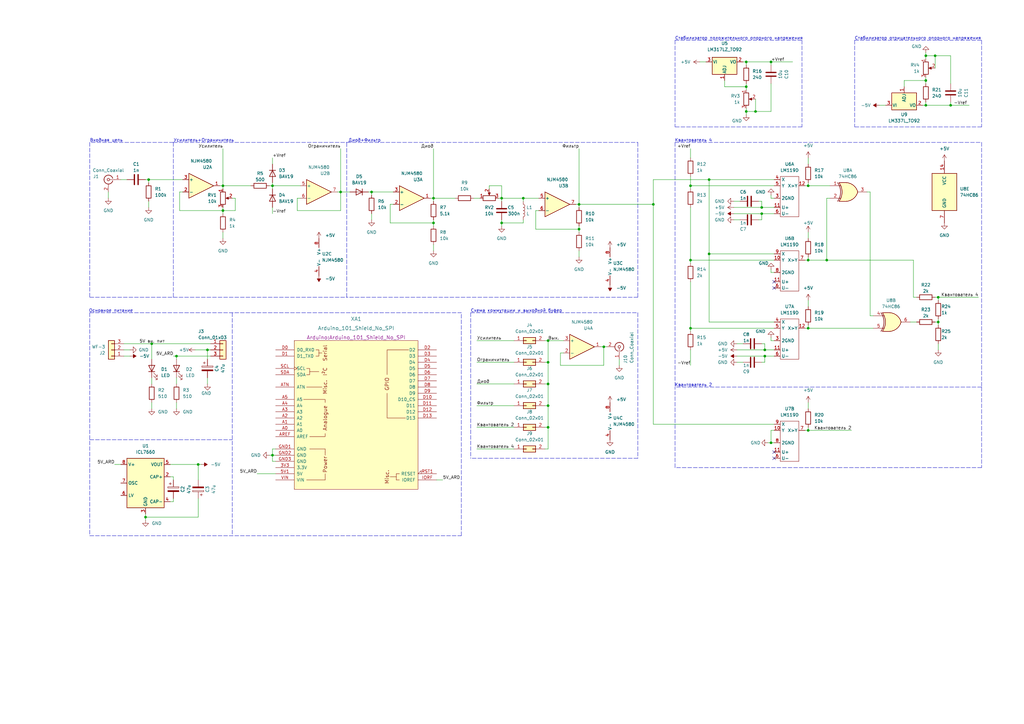
<source format=kicad_sch>
(kicad_sch (version 20211123) (generator eeschema)
  (paper "A3")
  (junction (at 152.4 78.74))
  (junction (at 316.23 25.4))
  (junction (at 331.47 76.2))
  (junction (at 306.07 35.56))
  (junction (at 224.79 157.48))
  (junction (at 331.47 106.68))
  (junction (at 290.83 104.14))
  (junction (at 85.09 143.51))
  (junction (at 339.09 106.68))
  (junction (at 331.47 176.53))
  (junction (at 237.49 93.98))
  (junction (at 379.73 22.86))
  (junction (at 81.28 190.5))
  (junction (at 383.54 22.86))
  (junction (at 237.49 83.82))
  (junction (at 379.73 43.18))
  (junction (at 177.8 91.44))
  (junction (at 267.97 83.82))
  (junction (at 205.74 81.28))
  (junction (at 177.8 81.28))
  (junction (at 224.79 139.7))
  (junction (at 384.81 121.92))
  (junction (at 283.21 134.62))
  (junction (at 290.83 73.66))
  (junction (at 224.79 175.26))
  (junction (at 384.81 132.08))
  (junction (at 111.76 76.2))
  (junction (at 91.44 76.2))
  (junction (at 379.73 33.02))
  (junction (at 91.44 86.36))
  (junction (at 309.88 45.72))
  (junction (at 72.39 146.05))
  (junction (at 331.47 134.62))
  (junction (at 59.69 212.09))
  (junction (at 60.96 73.66))
  (junction (at 62.23 140.97))
  (junction (at 313.69 143.51))
  (junction (at 224.79 148.59))
  (junction (at 312.42 85.09))
  (junction (at 313.69 146.05))
  (junction (at 306.07 45.72))
  (junction (at 389.89 43.18))
  (junction (at 224.79 166.37))
  (junction (at 306.07 25.4))
  (junction (at 111.76 186.69))
  (junction (at 316.23 181.61))
  (junction (at 139.7 78.74))
  (junction (at 214.63 81.28))
  (junction (at 205.74 91.44))
  (junction (at 312.42 87.63))
  (junction (at 283.21 106.68))
  (junction (at 283.21 76.2))
  (junction (at 247.65 142.24))
  (no_connect (at 317.5 118.11))
  (no_connect (at 317.5 115.57))
  (no_connect (at 317.5 187.96))
  (no_connect (at 317.5 185.42))
  (wire (pts (xy 71.12 204.47) (xy 71.12 205.74)))
  (wire (pts (xy 111.76 186.69) (xy 113.03 186.69)))
  (polyline (pts (xy 261.62 128.27) (xy 261.62 187.96)))
  (wire (pts (xy 177.8 100.33) (xy 177.8 102.87)))
  (wire (pts (xy 152.4 78.74) (xy 152.4 80.01)))
  (wire (pts (xy 283.21 134.62) (xy 317.5 134.62)))
  (wire (pts (xy 248.92 142.24) (xy 247.65 142.24)))
  (wire (pts (xy 205.74 81.28) (xy 205.74 76.2)))
  (wire (pts (xy 312.42 148.59) (xy 313.69 148.59)))
  (wire (pts (xy 72.39 146.05) (xy 72.39 147.32)))
  (wire (pts (xy 237.49 93.98) (xy 237.49 92.71)))
  (wire (pts (xy 316.23 25.4) (xy 316.23 26.67)))
  (wire (pts (xy 247.65 142.24) (xy 246.38 142.24)))
  (wire (pts (xy 95.25 81.28) (xy 96.52 81.28)))
  (wire (pts (xy 205.74 81.28) (xy 214.63 81.28)))
  (wire (pts (xy 306.07 25.4) (xy 316.23 25.4)))
  (wire (pts (xy 223.52 139.7) (xy 224.79 139.7)))
  (wire (pts (xy 236.22 83.82) (xy 237.49 83.82)))
  (wire (pts (xy 200.66 76.2) (xy 200.66 77.47)))
  (wire (pts (xy 50.8 143.51) (xy 53.34 143.51)))
  (wire (pts (xy 317.5 104.14) (xy 290.83 104.14)))
  (wire (pts (xy 81.28 190.5) (xy 82.55 190.5)))
  (wire (pts (xy 177.8 91.44) (xy 177.8 92.71)))
  (wire (pts (xy 194.31 81.28) (xy 196.85 81.28)))
  (wire (pts (xy 355.6 78.74) (xy 356.87 78.74)))
  (polyline (pts (xy 402.59 158.75) (xy 402.59 191.77)))
  (wire (pts (xy 229.87 149.86) (xy 247.65 149.86)))
  (wire (pts (xy 283.21 143.51) (xy 283.21 149.86)))
  (wire (pts (xy 379.73 33.02) (xy 379.73 34.29)))
  (polyline (pts (xy 261.62 58.42) (xy 261.62 121.92)))
  (wire (pts (xy 283.21 106.68) (xy 317.5 106.68)))
  (wire (pts (xy 300.99 82.55) (xy 303.53 82.55)))
  (wire (pts (xy 370.84 33.02) (xy 370.84 35.56)))
  (wire (pts (xy 160.02 91.44) (xy 177.8 91.44)))
  (wire (pts (xy 224.79 175.26) (xy 224.79 184.15)))
  (wire (pts (xy 383.54 27.94) (xy 383.54 22.86)))
  (polyline (pts (xy 402.59 52.07) (xy 350.52 52.07)))
  (wire (pts (xy 214.63 90.17) (xy 214.63 91.44)))
  (polyline (pts (xy 402.59 58.42) (xy 402.59 158.75)))
  (polyline (pts (xy 402.59 16.51) (xy 402.59 52.07)))
  (polyline (pts (xy 328.93 16.51) (xy 328.93 52.07)))
  (wire (pts (xy 73.66 86.36) (xy 91.44 86.36)))
  (wire (pts (xy 383.54 121.92) (xy 384.81 121.92)))
  (wire (pts (xy 139.7 60.96) (xy 139.7 78.74)))
  (wire (pts (xy 290.83 73.66) (xy 290.83 104.14)))
  (wire (pts (xy 331.47 106.68) (xy 339.09 106.68)))
  (wire (pts (xy 389.89 43.18) (xy 397.51 43.18)))
  (wire (pts (xy 71.12 205.74) (xy 69.85 205.74)))
  (wire (pts (xy 214.63 82.55) (xy 214.63 81.28)))
  (wire (pts (xy 379.73 43.18) (xy 389.89 43.18)))
  (wire (pts (xy 379.73 21.59) (xy 379.73 22.86)))
  (wire (pts (xy 111.76 74.93) (xy 111.76 76.2)))
  (polyline (pts (xy 328.93 52.07) (xy 276.86 52.07)))
  (polyline (pts (xy 261.62 121.92) (xy 142.24 121.92)))
  (wire (pts (xy 224.79 166.37) (xy 224.79 175.26)))
  (wire (pts (xy 379.73 31.75) (xy 379.73 33.02)))
  (wire (pts (xy 73.66 78.74) (xy 73.66 86.36)))
  (wire (pts (xy 313.69 146.05) (xy 317.5 146.05)))
  (wire (pts (xy 316.23 181.61) (xy 317.5 181.61)))
  (wire (pts (xy 306.07 44.45) (xy 306.07 45.72)))
  (wire (pts (xy 72.39 165.1) (xy 72.39 167.64)))
  (wire (pts (xy 311.15 82.55) (xy 312.42 82.55)))
  (polyline (pts (xy 276.86 16.51) (xy 276.86 52.07)))
  (wire (pts (xy 50.8 146.05) (xy 53.34 146.05)))
  (wire (pts (xy 205.74 90.17) (xy 205.74 91.44)))
  (polyline (pts (xy 350.52 16.51) (xy 350.52 52.07)))
  (polyline (pts (xy 261.62 187.96) (xy 193.04 187.96)))
  (wire (pts (xy 331.47 76.2) (xy 330.2 76.2)))
  (wire (pts (xy 177.8 81.28) (xy 177.8 82.55)))
  (wire (pts (xy 91.44 76.2) (xy 102.87 76.2)))
  (wire (pts (xy 316.23 80.01) (xy 316.23 81.28)))
  (wire (pts (xy 374.65 121.92) (xy 375.92 121.92)))
  (wire (pts (xy 205.74 76.2) (xy 200.66 76.2)))
  (wire (pts (xy 312.42 87.63) (xy 317.5 87.63)))
  (wire (pts (xy 379.73 43.18) (xy 378.46 43.18)))
  (wire (pts (xy 111.76 76.2) (xy 123.19 76.2)))
  (wire (pts (xy 331.47 76.2) (xy 340.36 76.2)))
  (wire (pts (xy 331.47 105.41) (xy 331.47 106.68)))
  (wire (pts (xy 237.49 83.82) (xy 267.97 83.82)))
  (wire (pts (xy 283.21 76.2) (xy 317.5 76.2)))
  (wire (pts (xy 389.89 34.29) (xy 389.89 22.86)))
  (wire (pts (xy 91.44 76.2) (xy 91.44 77.47)))
  (wire (pts (xy 306.07 35.56) (xy 297.18 35.56)))
  (wire (pts (xy 223.52 148.59) (xy 224.79 148.59)))
  (wire (pts (xy 69.85 190.5) (xy 81.28 190.5)))
  (polyline (pts (xy 193.04 128.27) (xy 193.04 187.96)))
  (wire (pts (xy 110.49 76.2) (xy 111.76 76.2)))
  (wire (pts (xy 283.21 134.62) (xy 283.21 135.89)))
  (wire (pts (xy 314.96 181.61) (xy 316.23 181.61)))
  (wire (pts (xy 59.69 212.09) (xy 59.69 213.36)))
  (polyline (pts (xy 71.12 58.42) (xy 71.12 121.92)))
  (polyline (pts (xy 142.24 58.42) (xy 261.62 58.42)))
  (wire (pts (xy 111.76 76.2) (xy 111.76 77.47)))
  (wire (pts (xy 383.54 22.86) (xy 389.89 22.86)))
  (wire (pts (xy 85.09 143.51) (xy 80.01 143.51)))
  (wire (pts (xy 62.23 140.97) (xy 62.23 147.32)))
  (wire (pts (xy 231.14 144.78) (xy 229.87 144.78)))
  (wire (pts (xy 161.29 83.82) (xy 160.02 83.82)))
  (wire (pts (xy 111.76 64.77) (xy 111.76 67.31)))
  (wire (pts (xy 72.39 154.94) (xy 72.39 157.48)))
  (wire (pts (xy 177.8 81.28) (xy 186.69 81.28)))
  (wire (pts (xy 105.41 194.31) (xy 113.03 194.31)))
  (wire (pts (xy 312.42 140.97) (xy 313.69 140.97)))
  (wire (pts (xy 113.03 189.23) (xy 111.76 189.23)))
  (wire (pts (xy 302.26 143.51) (xy 313.69 143.51)))
  (wire (pts (xy 290.83 73.66) (xy 317.5 73.66)))
  (wire (pts (xy 389.89 41.91) (xy 389.89 43.18)))
  (wire (pts (xy 91.44 60.96) (xy 91.44 76.2)))
  (wire (pts (xy 331.47 165.1) (xy 331.47 167.64)))
  (wire (pts (xy 339.09 106.68) (xy 339.09 81.28)))
  (wire (pts (xy 331.47 175.26) (xy 331.47 176.53)))
  (wire (pts (xy 311.15 90.17) (xy 312.42 90.17)))
  (wire (pts (xy 138.43 78.74) (xy 139.7 78.74)))
  (wire (pts (xy 59.69 210.82) (xy 59.69 212.09)))
  (wire (pts (xy 224.79 139.7) (xy 231.14 139.7)))
  (wire (pts (xy 91.44 86.36) (xy 91.44 87.63)))
  (wire (pts (xy 316.23 110.49) (xy 316.23 111.76)))
  (wire (pts (xy 283.21 72.39) (xy 283.21 76.2)))
  (wire (pts (xy 306.07 25.4) (xy 306.07 26.67)))
  (wire (pts (xy 384.81 121.92) (xy 401.32 121.92)))
  (wire (pts (xy 110.49 186.69) (xy 111.76 186.69)))
  (polyline (pts (xy 36.83 58.42) (xy 36.83 121.92)))
  (wire (pts (xy 195.58 148.59) (xy 210.82 148.59)))
  (wire (pts (xy 331.47 176.53) (xy 330.2 176.53)))
  (wire (pts (xy 316.23 138.43) (xy 316.23 139.7)))
  (wire (pts (xy 237.49 83.82) (xy 237.49 85.09)))
  (wire (pts (xy 313.69 146.05) (xy 313.69 148.59)))
  (wire (pts (xy 91.44 95.25) (xy 91.44 97.79)))
  (wire (pts (xy 50.8 140.97) (xy 62.23 140.97)))
  (wire (pts (xy 306.07 45.72) (xy 306.07 46.99)))
  (wire (pts (xy 306.07 35.56) (xy 306.07 36.83)))
  (wire (pts (xy 267.97 173.99) (xy 267.97 83.82)))
  (wire (pts (xy 316.23 34.29) (xy 316.23 45.72)))
  (wire (pts (xy 237.49 93.98) (xy 237.49 95.25)))
  (wire (pts (xy 267.97 73.66) (xy 267.97 83.82)))
  (wire (pts (xy 356.87 78.74) (xy 356.87 129.54)))
  (wire (pts (xy 71.12 195.58) (xy 71.12 196.85)))
  (wire (pts (xy 81.28 190.5) (xy 81.28 196.85)))
  (wire (pts (xy 247.65 149.86) (xy 247.65 142.24)))
  (wire (pts (xy 373.38 132.08) (xy 375.92 132.08)))
  (wire (pts (xy 339.09 81.28) (xy 340.36 81.28)))
  (wire (pts (xy 317.5 176.53) (xy 316.23 176.53)))
  (wire (pts (xy 195.58 184.15) (xy 210.82 184.15)))
  (wire (pts (xy 309.88 40.64) (xy 309.88 45.72)))
  (wire (pts (xy 283.21 115.57) (xy 283.21 134.62)))
  (wire (pts (xy 152.4 78.74) (xy 161.29 78.74)))
  (wire (pts (xy 283.21 76.2) (xy 283.21 77.47)))
  (wire (pts (xy 151.13 78.74) (xy 152.4 78.74)))
  (wire (pts (xy 96.52 81.28) (xy 96.52 86.36)))
  (wire (pts (xy 339.09 106.68) (xy 374.65 106.68)))
  (wire (pts (xy 316.23 139.7) (xy 317.5 139.7)))
  (wire (pts (xy 71.12 146.05) (xy 72.39 146.05)))
  (wire (pts (xy 306.07 45.72) (xy 309.88 45.72)))
  (polyline (pts (xy 350.52 16.51) (xy 402.59 16.51)))
  (wire (pts (xy 205.74 81.28) (xy 205.74 82.55)))
  (wire (pts (xy 331.47 106.68) (xy 330.2 106.68)))
  (wire (pts (xy 111.76 186.69) (xy 111.76 189.23)))
  (polyline (pts (xy 276.86 191.77) (xy 276.86 158.75)))
  (wire (pts (xy 384.81 121.92) (xy 384.81 123.19)))
  (wire (pts (xy 81.28 212.09) (xy 59.69 212.09)))
  (wire (pts (xy 312.42 85.09) (xy 317.5 85.09)))
  (polyline (pts (xy 189.23 219.71) (xy 189.23 128.27)))
  (wire (pts (xy 300.99 85.09) (xy 312.42 85.09)))
  (wire (pts (xy 91.44 86.36) (xy 96.52 86.36)))
  (wire (pts (xy 297.18 33.02) (xy 297.18 35.56)))
  (polyline (pts (xy 276.86 58.42) (xy 402.59 58.42)))
  (polyline (pts (xy 36.83 219.71) (xy 189.23 219.71)))
  (wire (pts (xy 121.92 86.36) (xy 139.7 86.36)))
  (wire (pts (xy 62.23 140.97) (xy 86.36 140.97)))
  (wire (pts (xy 224.79 175.26) (xy 223.52 175.26)))
  (wire (pts (xy 300.99 90.17) (xy 303.53 90.17)))
  (wire (pts (xy 152.4 87.63) (xy 152.4 90.17)))
  (wire (pts (xy 229.87 144.78) (xy 229.87 149.86)))
  (wire (pts (xy 204.47 81.28) (xy 205.74 81.28)))
  (wire (pts (xy 300.99 87.63) (xy 312.42 87.63)))
  (wire (pts (xy 224.79 157.48) (xy 224.79 166.37)))
  (wire (pts (xy 223.52 157.48) (xy 224.79 157.48)))
  (wire (pts (xy 317.5 132.08) (xy 290.83 132.08)))
  (polyline (pts (xy 36.83 121.92) (xy 71.12 121.92)))
  (wire (pts (xy 331.47 176.53) (xy 349.25 176.53)))
  (wire (pts (xy 195.58 166.37) (xy 210.82 166.37)))
  (wire (pts (xy 86.36 143.51) (xy 85.09 143.51)))
  (polyline (pts (xy 276.86 58.42) (xy 276.86 158.75)))
  (wire (pts (xy 316.23 25.4) (xy 325.12 25.4)))
  (wire (pts (xy 283.21 85.09) (xy 283.21 106.68)))
  (polyline (pts (xy 95.25 128.27) (xy 95.25 219.71)))
  (wire (pts (xy 111.76 184.15) (xy 111.76 186.69)))
  (wire (pts (xy 379.73 41.91) (xy 379.73 43.18)))
  (wire (pts (xy 46.99 190.5) (xy 49.53 190.5)))
  (wire (pts (xy 160.02 83.82) (xy 160.02 91.44)))
  (wire (pts (xy 302.26 140.97) (xy 304.8 140.97)))
  (wire (pts (xy 177.8 90.17) (xy 177.8 91.44)))
  (wire (pts (xy 69.85 195.58) (xy 71.12 195.58)))
  (polyline (pts (xy 71.12 58.42) (xy 36.83 58.42)))
  (wire (pts (xy 111.76 85.09) (xy 111.76 87.63)))
  (wire (pts (xy 219.71 93.98) (xy 237.49 93.98)))
  (wire (pts (xy 306.07 34.29) (xy 306.07 35.56)))
  (wire (pts (xy 62.23 154.94) (xy 62.23 157.48)))
  (wire (pts (xy 139.7 86.36) (xy 139.7 78.74)))
  (wire (pts (xy 214.63 91.44) (xy 205.74 91.44)))
  (wire (pts (xy 304.8 25.4) (xy 306.07 25.4)))
  (wire (pts (xy 214.63 81.28) (xy 220.98 81.28)))
  (wire (pts (xy 312.42 82.55) (xy 312.42 85.09)))
  (wire (pts (xy 290.83 104.14) (xy 290.83 132.08)))
  (wire (pts (xy 74.93 78.74) (xy 73.66 78.74)))
  (wire (pts (xy 49.53 73.66) (xy 52.07 73.66)))
  (wire (pts (xy 316.23 81.28) (xy 317.5 81.28)))
  (wire (pts (xy 313.69 143.51) (xy 317.5 143.51)))
  (wire (pts (xy 176.53 81.28) (xy 177.8 81.28)))
  (wire (pts (xy 312.42 87.63) (xy 312.42 90.17)))
  (wire (pts (xy 384.81 130.81) (xy 384.81 132.08)))
  (wire (pts (xy 121.92 81.28) (xy 121.92 86.36)))
  (wire (pts (xy 90.17 76.2) (xy 91.44 76.2)))
  (wire (pts (xy 60.96 73.66) (xy 60.96 74.93)))
  (wire (pts (xy 316.23 45.72) (xy 309.88 45.72)))
  (wire (pts (xy 237.49 102.87) (xy 237.49 105.41)))
  (wire (pts (xy 59.69 73.66) (xy 60.96 73.66)))
  (wire (pts (xy 254 147.32) (xy 254 149.86)))
  (wire (pts (xy 302.26 146.05) (xy 313.69 146.05)))
  (wire (pts (xy 195.58 139.7) (xy 210.82 139.7)))
  (wire (pts (xy 139.7 78.74) (xy 143.51 78.74)))
  (wire (pts (xy 195.58 175.26) (xy 210.82 175.26)))
  (wire (pts (xy 316.23 111.76) (xy 317.5 111.76)))
  (wire (pts (xy 181.61 196.85) (xy 179.07 196.85)))
  (wire (pts (xy 220.98 86.36) (xy 219.71 86.36)))
  (wire (pts (xy 283.21 60.96) (xy 283.21 64.77)))
  (wire (pts (xy 219.71 86.36) (xy 219.71 93.98)))
  (wire (pts (xy 224.79 139.7) (xy 224.79 148.59)))
  (wire (pts (xy 85.09 154.94) (xy 85.09 157.48)))
  (wire (pts (xy 383.54 132.08) (xy 384.81 132.08)))
  (polyline (pts (xy 142.24 121.92) (xy 142.24 58.42)))
  (wire (pts (xy 384.81 143.51) (xy 384.81 140.97)))
  (wire (pts (xy 74.93 73.66) (xy 60.96 73.66)))
  (wire (pts (xy 358.14 129.54) (xy 356.87 129.54)))
  (wire (pts (xy 205.74 91.44) (xy 205.74 92.71)))
  (wire (pts (xy 360.68 43.18) (xy 363.22 43.18)))
  (wire (pts (xy 302.26 148.59) (xy 304.8 148.59)))
  (wire (pts (xy 237.49 60.96) (xy 237.49 83.82)))
  (polyline (pts (xy 402.59 191.77) (xy 276.86 191.77)))
  (wire (pts (xy 331.47 64.77) (xy 331.47 67.31)))
  (wire (pts (xy 177.8 60.96) (xy 177.8 81.28)))
  (wire (pts (xy 81.28 204.47) (xy 81.28 212.09)))
  (wire (pts (xy 331.47 133.35) (xy 331.47 134.62)))
  (wire (pts (xy 316.23 176.53) (xy 316.23 181.61)))
  (wire (pts (xy 223.52 184.15) (xy 224.79 184.15)))
  (wire (pts (xy 374.65 106.68) (xy 374.65 121.92)))
  (wire (pts (xy 379.73 22.86) (xy 379.73 24.13)))
  (wire (pts (xy 331.47 123.19) (xy 331.47 125.73)))
  (wire (pts (xy 113.03 184.15) (xy 111.76 184.15)))
  (wire (pts (xy 379.73 22.86) (xy 383.54 22.86)))
  (polyline (pts (xy 276.86 16.51) (xy 328.93 16.51)))
  (polyline (pts (xy 71.12 121.92) (xy 142.24 121.92)))
  (wire (pts (xy 317.5 173.99) (xy 267.97 173.99)))
  (wire (pts (xy 290.83 73.66) (xy 267.97 73.66)))
  (wire (pts (xy 384.81 132.08) (xy 384.81 133.35)))
  (polyline (pts (xy 36.83 128.27) (xy 189.23 128.27)))
  (polyline (pts (xy 36.83 180.34) (xy 95.25 180.34)))
  (polyline (pts (xy 36.83 128.27) (xy 36.83 219.71)))
  (wire (pts (xy 370.84 33.02) (xy 379.73 33.02)))
  (wire (pts (xy 331.47 134.62) (xy 358.14 134.62)))
  (wire (pts (xy 123.19 81.28) (xy 121.92 81.28)))
  (wire (pts (xy 331.47 134.62) (xy 330.2 134.62)))
  (wire (pts (xy 85.09 143.51) (xy 85.09 147.32)))
  (wire (pts (xy 313.69 140.97) (xy 313.69 143.51)))
  (wire (pts (xy 195.58 157.48) (xy 210.82 157.48)))
  (wire (pts (xy 287.02 25.4) (xy 289.56 25.4)))
  (wire (pts (xy 223.52 166.37) (xy 224.79 166.37)))
  (polyline (pts (xy 193.04 128.27) (xy 261.62 128.27)))
  (polyline (pts (xy 402.59 158.75) (xy 276.86 158.75)))
  (wire (pts (xy 62.23 165.1) (xy 62.23 167.64)))
  (wire (pts (xy 91.44 85.09) (xy 91.44 86.36)))
  (wire (pts (xy 224.79 148.59) (xy 224.79 157.48)))
  (wire (pts (xy 44.45 78.74) (xy 44.45 81.28)))
  (wire (pts (xy 72.39 146.05) (xy 86.36 146.05)))
  (polyline (pts (xy 71.12 58.42) (xy 142.24 58.42)))
  (wire (pts (xy 283.21 106.68) (xy 283.21 107.95)))
  (wire (pts (xy 331.47 74.93) (xy 331.47 76.2)))
  (wire (pts (xy 60.96 82.55) (xy 60.96 85.09)))
  (wire (pts (xy 331.47 95.25) (xy 331.47 97.79)))
  (text "Стабилизатор отрицательного опорного напряжения" (at 350.52 16.51 0) (effects (font (size 1.27 1.27)) (justify left bottom)))
  (text "Схема коммутации и выходной буфер" (at 193.04 128.27 0) (effects (font (size 1.27 1.27)) (justify left bottom)))
  (text "Усилитель+Ограничитель" (at 71.12 58.42 0) (effects (font (size 1.27 1.27)) (justify left bottom)))
  (text "Диод+Фильтр" (at 156.21 58.42 180) (effects (font (size 1.27 1.27)) (justify right bottom)))
  (text "Входная цепь" (at 36.83 58.42 0) (effects (font (size 1.27 1.27)) (justify left bottom)))
  (text "Квантователь 2" (at 292.1 158.75 180) (effects (font (size 1.27 1.27)) (justify right bottom)))
  (text "Основное питание" (at 54.61 128.27 180) (effects (font (size 1.27 1.27)) (justify right bottom)))
  (text "Стабилизатор положительного опорного напряжения" (at 276.86 16.51 0) (effects (font (size 1.27 1.27)) (justify left bottom)))
  (text "Квантователь 4" (at 292.1 58.42 180) (effects (font (size 1.27 1.27)) (justify right bottom)))
  (label "Вых." (at 224.79 139.7 0))
  (label "5V вн. пит" (at 57.15 140.97 0))
  (label "+Vref" (at 283.21 60.96 180))
  (label "Квантователь 2" (at 195.58 175.26 0))
  (label "Ограничитель" (at 139.7 60.96 180))
  (label "Квантователь 2" (at 349.25 176.53 180))
  (label "-Vref" (at 283.21 149.86 180))
  (label "Диод" (at 195.58 157.48 0))
  (label "5V_ARD" (at 46.99 190.5 180))
  (label "5V_ARD" (at 181.61 196.85 0))
  (label "-Vref" (at 111.76 87.63 0))
  (label "Усилитель" (at 195.58 139.7 0))
  (label "5V_ARD" (at 71.12 146.05 180))
  (label "Диод" (at 177.8 60.96 180))
  (label "Фильтр" (at 195.58 166.37 0))
  (label "Фильтр" (at 237.49 60.96 180))
  (label "Ограничитель" (at 195.58 148.59 0))
  (label "-Vref" (at 391.16 43.18 0))
  (label "5V_ARD" (at 105.41 194.31 180))
  (label "Квантователь 4" (at 401.32 121.92 180))
  (label "+Vref" (at 111.76 64.77 0))
  (label "Квантователь 4" (at 195.58 184.15 0))
  (label "Усилитель" (at 91.44 60.96 180))
  (label "+Vref" (at 316.23 25.4 0))
  (symbol (lib_id "power:-5V") (at 300.99 87.63 90) (unit 1)
    (property "Reference" "#PWR027" (effects hide))
    (property "Value" "-5V" (at 297.18 87.6299 90) (effects (justify left)))
  )
  (symbol (lib_id "Device:R") (at 283.21 139.7 180) (unit 1)
    (property "Reference" "R15" (at 285.75 138.4299 0) (effects (justify right)))
    (property "Value" "1k" (at 285.75 140.9699 0) (effects (justify right)))
    (property "Footprint" "Resistor_SMD:R_0603_1608Metric_Pad0.98x0.95mm_HandSolder" (effects hide))
  )
  (symbol (lib_id "power:GND") (at 314.96 181.61 270) (unit 1)
    (property "Reference" "#PWR034" (effects hide))
    (property "Value" "GND" (at 309.88 181.61 90))
  )
  (symbol (lib_id "Regulator_Linear:LM337L_TO92") (at 370.84 43.18 0) (unit 1)
    (property "Reference" "U9" (at 370.84 46.99 0))
    (property "Value" "LM337L_TO92" (at 370.84 49.53 0))
    (property "Footprint" "Package_TO_SOT_THT:TO-92_Inline" (effects hide))
    (property "Datasheet" "http://www.ti.com/lit/ds/symlink/lm337l.pdf" (effects hide))
  )
  (symbol (lib_id "power:-5V") (at 360.68 43.18 90) (unit 1)
    (property "Reference" "#PWR042" (effects hide))
    (property "Value" "-5V" (at 353.06 43.18 90) (effects (justify right)))
  )
  (symbol (lib_id "74xx:74HC86") (at 387.35 78.74 0) (unit 5)
    (property "Reference" "U8" (at 393.7 77.4699 0) (effects (justify left)))
    (property "Value" "74HC86" (at 393.7 80.0099 0) (effects (justify left)))
    (property "Footprint" "Package_SO:SOIC-14_3.9x8.7mm_P1.27mm" (effects hide))
    (property "Datasheet" "http://www.ti.com/lit/gpn/sn74HC86" (effects hide))
  )
  (symbol (lib_id "power:-5V") (at 82.55 190.5 270) (unit 1)
    (property "Reference" "#PWR09" (effects hide))
    (property "Value" "-5V" (at 86.36 190.4999 90) (effects (justify left)))
  )
  (symbol (lib_id "Connector:Conn_Coaxial") (at 44.45 73.66 0) (mirror y) (unit 1)
    (property "Reference" "J1" (at 39.37 72.39 0))
    (property "Value" "Conn_Coaxial" (at 44.45 69.85 0))
    (property "Footprint" "Connector_Coaxial:BNC_TEConnectivity_1478204_Vertical" (effects hide))
    (property "Datasheet" " ~" (effects hide))
  )
  (symbol (lib_id "Connector_Generic:Conn_02x01") (at 215.9 139.7 0) (unit 1)
    (property "Reference" "J4" (at 217.17 133.35 0))
    (property "Value" "Conn_02x01" (at 217.17 135.89 0))
    (property "Footprint" "Connector_PinHeader_2.54mm:PinHeader_2x01_P2.54mm_Vertical" (effects hide))
  )
  (symbol (lib_id "74xx:74HC86") (at 365.76 132.08 0) (unit 2)
    (property "Reference" "U8" (at 365.4552 123.19 0))
    (property "Value" "74HC86" (at 365.4552 125.73 0))
    (property "Footprint" "Package_SO:SOIC-14_3.9x8.7mm_P1.27mm" (effects hide))
    (property "Datasheet" "http://www.ti.com/lit/gpn/sn74HC86" (effects hide))
  )
  (symbol (lib_id "Device:R") (at 283.21 68.58 180) (unit 1)
    (property "Reference" "R12" (at 285.75 67.3099 0) (effects (justify right)))
    (property "Value" "1k" (at 285.75 69.8499 0) (effects (justify right)))
    (property "Footprint" "Resistor_SMD:R_0603_1608Metric_Pad0.98x0.95mm_HandSolder" (effects hide))
  )
  (symbol (lib_id "power:+5V") (at 250.19 101.6 0) (unit 1)
    (property "Reference" "#PWR019" (effects hide))
    (property "Value" "+5V" (at 252.73 100.3299 0) (effects (justify left)))
  )
  (symbol (lib_id "Amplifier_Operational:NJM4580") (at 133.35 105.41 0) (unit 3)
    (property "Reference" "U2" (at 132.08 104.1399 0) (effects (justify left)))
    (property "Value" "NJM4580" (at 132.08 106.6799 0) (effects (justify left)))
    (property "Footprint" "Package_SO:SOIC-8_3.9x4.9mm_P1.27mm" (effects hide))
    (property "Datasheet" "http://www.njr.com/semicon/PDF/NJM4580_E.pdf" (effects hide))
  )
  (symbol (lib_id "Amplifier_Operational:NJM4580") (at 252.73 109.22 0) (unit 3)
    (property "Reference" "U3" (at 251.46 107.9499 0) (effects (justify left)))
    (property "Value" "NJM4580" (at 251.46 110.4899 0) (effects (justify left)))
    (property "Footprint" "Package_SO:SOIC-8_3.9x4.9mm_P1.27mm" (effects hide))
    (property "Datasheet" "http://www.njr.com/semicon/PDF/NJM4580_E.pdf" (effects hide))
  )
  (symbol (lib_id "Device:C") (at 205.74 86.36 180) (unit 1)
    (property "Reference" "C5" (at 209.55 85.09 0))
    (property "Value" "300n" (at 210.82 87.63 0))
    (property "Footprint" "Capacitor_SMD:C_0603_1608Metric_Pad1.08x0.95mm_HandSolder" (effects hide))
  )
  (symbol (lib_id "Device:C") (at 307.34 90.17 90) (unit 1)
    (property "Reference" "C7" (at 304.8 93.98 90))
    (property "Value" "1n" (at 304.8 91.44 90))
    (property "Footprint" "Capacitor_SMD:C_0603_1608Metric_Pad1.08x0.95mm_HandSolder" (effects hide))
  )
  (symbol (lib_id "Device:R") (at 384.81 127 0) (unit 1)
    (property "Reference" "R24" (at 386.08 125.73 0) (effects (justify left)))
    (property "Value" "1k" (at 386.08 128.27 0) (effects (justify left)))
    (property "Footprint" "Resistor_SMD:R_0603_1608Metric_Pad0.98x0.95mm_HandSolder" (effects hide))
  )
  (symbol (lib_id "Device:R") (at 379.73 121.92 270) (unit 1)
    (property "Reference" "R22" (at 379.73 116.84 90))
    (property "Value" "2k" (at 379.73 119.38 90))
    (property "Footprint" "Resistor_SMD:R_0603_1608Metric_Pad0.98x0.95mm_HandSolder" (effects hide))
  )
  (symbol (lib_id "power:GND") (at 110.49 186.69 270) (unit 1)
    (property "Reference" "#PWR012" (effects hide))
    (property "Value" "GND" (at 102.87 186.69 90) (effects (justify left)))
  )
  (symbol (lib_id "Amplifier_Operational:NJM4580") (at 238.76 142.24 0) (unit 1)
    (property "Reference" "U4" (at 241.3 134.62 0))
    (property "Value" "NJM4580" (at 238.76 132.08 0))
    (property "Footprint" "Package_SO:SOIC-8_3.9x4.9mm_P1.27mm" (effects hide))
    (property "Datasheet" "http://www.njr.com/semicon/PDF/NJM4580_E.pdf" (effects hide))
  )
  (symbol (lib_id "Device:R") (at 331.47 171.45 180) (unit 1)
    (property "Reference" "R20" (at 334.01 170.1799 0) (effects (justify right)))
    (property "Value" "10k" (at 334.01 172.7199 0) (effects (justify right)))
    (property "Footprint" "Resistor_SMD:R_0603_1608Metric_Pad0.98x0.95mm_HandSolder" (effects hide))
  )
  (symbol (lib_id "Device:R") (at 283.21 111.76 180) (unit 1)
    (property "Reference" "R14" (at 285.75 110.4899 0) (effects (justify right)))
    (property "Value" "2k" (at 285.75 113.0299 0) (effects (justify right)))
    (property "Footprint" "Resistor_SMD:R_0603_1608Metric_Pad0.98x0.95mm_HandSolder" (effects hide))
  )
  (symbol (lib_id "power:GND") (at 316.23 138.43 180) (unit 1)
    (property "Reference" "#PWR037" (effects hide))
    (property "Value" "GND" (at 309.88 135.89 0) (effects (justify right)))
  )
  (symbol (lib_id "Regulator_Linear:LM317L_TO92") (at 297.18 25.4 0) (unit 1)
    (property "Reference" "U5" (at 297.18 17.78 0))
    (property "Value" "LM317LZ_TO92" (at 297.18 20.32 0))
    (property "Footprint" "Package_TO_SOT_THT:TO-92_Inline" (effects hide))
    (property "Datasheet" "http://www.ti.com/lit/ds/snvs775k/snvs775k.pdf" (effects hide))
  )
  (symbol (lib_id "power:+5V") (at 300.99 85.09 90) (unit 1)
    (property "Reference" "#PWR026" (effects hide))
    (property "Value" "+5V" (at 297.18 85.09 90) (effects (justify left)))
  )
  (symbol (lib_id "Device:R") (at 331.47 101.6 0) (unit 1)
    (property "Reference" "R18" (at 334.01 100.3299 0) (effects (justify left)))
    (property "Value" "10k" (at 334.01 102.8699 0) (effects (justify left)))
    (property "Footprint" "Resistor_SMD:R_0603_1608Metric_Pad0.98x0.95mm_HandSolder" (effects hide))
  )
  (symbol (lib_id "Device:R_Potentiometer") (at 379.73 27.94 0) (unit 1)
    (property "Reference" "RV4" (at 377.19 26.6699 0) (effects (justify right)))
    (property "Value" "1k" (at 377.19 29.2099 0) (effects (justify right)))
    (property "Footprint" "Potentiometer_THT:Potentiometer_Bourns_3266W_Vertical" (effects hide))
  )
  (symbol (lib_id "Device:R") (at 60.96 78.74 180) (unit 1)
    (property "Reference" "R1" (at 63.5 77.4699 0) (effects (justify right)))
    (property "Value" "100k" (at 63.5 80.0099 0) (effects (justify right)))
    (property "Footprint" "Resistor_SMD:R_0603_1608Metric_Pad0.98x0.95mm_HandSolder" (effects hide))
  )
  (symbol (lib_id "Device:LED") (at 72.39 151.13 90) (unit 1)
    (property "Reference" "D2" (at 76.2 151.4474 90) (effects (justify right)))
    (property "Value" "LED" (at 76.2 153.9874 90) (effects (justify right)))
    (property "Footprint" "LED_SMD:LED_0603_1608Metric_Pad1.05x0.95mm_HandSolder" (effects hide))
  )
  (symbol (lib_id "Amplifier_Operational:NJM4580") (at 228.6 83.82 0) (unit 2)
    (property "Reference" "U3" (at 231.14 76.2 0))
    (property "Value" "NJM4580" (at 228.6 73.66 0))
    (property "Footprint" "Package_SO:SOIC-8_3.9x4.9mm_P1.27mm" (effects hide))
    (property "Datasheet" "http://www.njr.com/semicon/PDF/NJM4580_E.pdf" (effects hide))
  )
  (symbol (lib_id "power:GND") (at 300.99 90.17 270) (unit 1)
    (property "Reference" "#PWR028" (effects hide))
    (property "Value" "GND" (at 297.18 90.1699 90) (effects (justify right)))
  )
  (symbol (lib_id "Device:LED") (at 62.23 151.13 90) (unit 1)
    (property "Reference" "D1" (at 66.04 151.4474 90) (effects (justify right)))
    (property "Value" "LED" (at 66.04 153.9874 90) (effects (justify right)))
    (property "Footprint" "LED_SMD:LED_0603_1608Metric_Pad1.05x0.95mm_HandSolder" (effects hide))
  )
  (symbol (lib_id "power:GND") (at 44.45 81.28 0) (unit 1)
    (property "Reference" "#PWR01" (effects hide))
    (property "Value" "GND" (at 44.45 86.36 0))
  )
  (symbol (lib_id "power:+5V") (at 387.35 66.04 0) (unit 1)
    (property "Reference" "#PWR045" (effects hide))
    (property "Value" "+5V" (at 387.35 60.96 0))
  )
  (symbol (lib_id "power:GND") (at 316.23 80.01 180) (unit 1)
    (property "Reference" "#PWR035" (effects hide))
    (property "Value" "GND" (at 309.88 78.74 0) (effects (justify right)))
  )
  (symbol (lib_id "power:+5V") (at 331.47 165.1 0) (unit 1)
    (property "Reference" "#PWR041" (effects hide))
    (property "Value" "+5V" (at 331.47 160.02 0))
  )
  (symbol (lib_id "Comparator:LM119D") (at 327.66 172.72 0) (unit 2)
    (property "Reference" "U7" (at 323.85 167.64 0))
    (property "Value" "LM119D" (at 323.85 170.18 0))
    (property "Footprint" "Package_SO:SOIC-14_3.9x8.7mm_P1.27mm" (effects hide))
  )
  (symbol (lib_id "power:GND") (at 152.4 90.17 0) (unit 1)
    (property "Reference" "#PWR015" (effects hide))
    (property "Value" "GND" (at 152.4 95.25 0))
  )
  (symbol (lib_id "power:GND") (at 250.19 180.34 0) (unit 1)
    (property "Reference" "#PWR022" (effects hide))
    (property "Value" "GND" (at 250.19 185.42 0))
  )
  (symbol (lib_id "Connector:Conn_Coaxial") (at 254 142.24 270) (mirror x) (unit 1)
    (property "Reference" "J10" (at 256.54 147.32 0))
    (property "Value" "Conn_Coaxial" (at 259.08 142.5574 0))
    (property "Footprint" "Connector_Coaxial:BNC_TEConnectivity_1478204_Vertical" (effects hide))
    (property "Datasheet" " ~" (effects hide))
  )
  (symbol (lib_id "Device:R") (at 91.44 91.44 180) (unit 1)
    (property "Reference" "R4" (at 93.98 90.1699 0) (effects (justify right)))
    (property "Value" "1k" (at 93.98 92.7099 0) (effects (justify right)))
    (property "Footprint" "Resistor_SMD:R_0603_1608Metric_Pad0.98x0.95mm_HandSolder" (effects hide))
  )
  (symbol (lib_id "power:GND") (at 205.74 92.71 0) (unit 1)
    (property "Reference" "#PWR017" (effects hide))
    (property "Value" "GND" (at 205.74 97.79 0))
  )
  (symbol (lib_id "power:GND") (at 387.35 91.44 0) (unit 1)
    (property "Reference" "#PWR046" (effects hide))
    (property "Value" "GND" (at 387.35 96.52 0))
  )
  (symbol (lib_id "Device:R") (at 384.81 137.16 0) (unit 1)
    (property "Reference" "R25" (at 386.08 135.89 0) (effects (justify left)))
    (property "Value" "2k" (at 386.08 138.43 0) (effects (justify left)))
    (property "Footprint" "Resistor_SMD:R_0603_1608Metric_Pad0.98x0.95mm_HandSolder" (effects hide))
  )
  (symbol (lib_id "Device:R") (at 331.47 129.54 0) (unit 1)
    (property "Reference" "R19" (at 334.01 128.2699 0) (effects (justify left)))
    (property "Value" "10k" (at 334.01 130.8099 0) (effects (justify left)))
    (property "Footprint" "Resistor_SMD:R_0603_1608Metric_Pad0.98x0.95mm_HandSolder" (effects hide))
  )
  (symbol (lib_id "power:+5V") (at 331.47 64.77 0) (unit 1)
    (property "Reference" "#PWR038" (effects hide))
    (property "Value" "+5V" (at 331.47 59.69 0))
  )
  (symbol (lib_id "power:-5V") (at 250.19 116.84 180) (unit 1)
    (property "Reference" "#PWR020" (effects hide))
    (property "Value" "-5V" (at 252.73 118.1099 0) (effects (justify right)))
  )
  (symbol (lib_id "Device:C") (at 308.61 148.59 90) (unit 1)
    (property "Reference" "C9" (at 306.07 152.4 90))
    (property "Value" "1n" (at 306.07 149.86 90))
    (property "Footprint" "Capacitor_SMD:C_0603_1608Metric_Pad1.08x0.95mm_HandSolder" (effects hide))
  )
  (symbol (lib_id "power:GND") (at 316.23 110.49 180) (unit 1)
    (property "Reference" "#PWR036" (effects hide))
    (property "Value" "GND" (at 311.15 107.95 0) (effects (justify right)))
  )
  (symbol (lib_id "Connector_Generic:Conn_02x01") (at 215.9 166.37 0) (unit 1)
    (property "Reference" "J7" (at 217.17 160.02 0))
    (property "Value" "Conn_02x01" (at 217.17 162.56 0))
    (property "Footprint" "Connector_PinHeader_2.54mm:PinHeader_2x01_P2.54mm_Vertical" (effects hide))
  )
  (symbol (lib_id "Device:C") (at 55.88 73.66 90) (unit 1)
    (property "Reference" "C1" (at 55.88 67.31 90))
    (property "Value" "1n" (at 55.88 69.85 90))
    (property "Footprint" "Capacitor_SMD:C_0603_1608Metric_Pad1.08x0.95mm_HandSolder" (effects hide))
  )
  (symbol (lib_id "Device:C") (at 316.23 30.48 0) (unit 1)
    (property "Reference" "C10" (at 322.58 30.48 90))
    (property "Value" "10u" (at 320.04 30.48 90))
    (property "Footprint" "Capacitor_SMD:C_0805_2012Metric_Pad1.18x1.45mm_HandSolder" (effects hide))
  )
  (symbol (lib_id "power:+5V") (at 287.02 25.4 90) (unit 1)
    (property "Reference" "#PWR024" (effects hide))
    (property "Value" "+5V" (at 283.21 25.3999 90) (effects (justify left)))
  )
  (symbol (lib_id "Diode:BAV19") (at 111.76 81.28 270) (unit 1)
    (property "Reference" "D4" (at 114.3 80.0099 90) (effects (justify left)))
    (property "Value" "BAV19" (at 114.3 82.5499 90) (effects (justify left)))
    (property "Footprint" "Diode_SMD:D_SOD-323" (effects hide))
    (property "Datasheet" "http://www.vishay.com/docs/85543/bav17.pdf" (effects hide))
  )
  (symbol (lib_id "power:GND") (at 91.44 97.79 0) (unit 1)
    (property "Reference" "#PWR010" (effects hide))
    (property "Value" "GND" (at 91.44 102.87 0))
  )
  (symbol (lib_id "Comparator:LM119D") (at 327.66 72.39 0) (unit 1)
    (property "Reference" "U6" (at 323.85 67.31 0))
    (property "Value" "LM119D" (at 323.85 69.85 0))
    (property "Footprint" "Package_SO:SOIC-14_3.9x8.7mm_P1.27mm" (effects hide))
  )
  (symbol (lib_id "power:GND") (at 60.96 85.09 0) (unit 1)
    (property "Reference" "#PWR05" (effects hide))
    (property "Value" "GND" (at 60.96 90.17 0))
  )
  (symbol (lib_id "Device:R") (at 237.49 88.9 0) (unit 1)
    (property "Reference" "R10" (at 240.03 87.6299 0) (effects (justify left)))
    (property "Value" "10k" (at 240.03 90.1699 0) (effects (justify left)))
    (property "Footprint" "Resistor_SMD:R_0603_1608Metric_Pad0.98x0.95mm_HandSolder" (effects hide))
  )
  (symbol (lib_id "Connector_Generic:Conn_02x01") (at 215.9 175.26 0) (unit 1)
    (property "Reference" "J8" (at 217.17 168.91 0))
    (property "Value" "Conn_02x01" (at 217.17 171.45 0))
    (property "Footprint" "Connector_PinHeader_2.54mm:PinHeader_2x01_P2.54mm_Vertical" (effects hide))
  )
  (symbol (lib_id "Device:R") (at 331.47 71.12 0) (unit 1)
    (property "Reference" "R17" (at 334.01 69.8499 0) (effects (justify left)))
    (property "Value" "10k" (at 334.01 72.3899 0) (effects (justify left)))
    (property "Footprint" "Resistor_SMD:R_0603_1608Metric_Pad0.98x0.95mm_HandSolder" (effects hide))
  )
  (symbol (lib_id "power:GND") (at 306.07 46.99 0) (unit 1)
    (property "Reference" "#PWR033" (effects hide))
    (property "Value" "GND" (at 302.26 49.53 0))
  )
  (symbol (lib_id "Comparator:LM119D") (at 327.66 130.81 0) (unit 1)
    (property "Reference" "U7" (at 323.85 125.73 0))
    (property "Value" "LM119D" (at 323.85 128.27 0))
    (property "Footprint" "Package_SO:SOIC-14_3.9x8.7mm_P1.27mm" (effects hide))
  )
  (symbol (lib_id "power:GND") (at 237.49 105.41 0) (unit 1)
    (property "Reference" "#PWR018" (effects hide))
    (property "Value" "GND" (at 237.49 110.49 0))
  )
  (symbol (lib_id "power:-5V") (at 130.81 113.03 180) (unit 1)
    (property "Reference" "#PWR014" (effects hide))
    (property "Value" "-5V" (at 133.35 114.2999 0) (effects (justify right)))
  )
  (symbol (lib_id "power:GND") (at 384.81 143.51 0) (unit 1)
    (property "Reference" "#PWR044" (effects hide))
    (property "Value" "GND" (at 384.81 148.59 0))
  )
  (symbol (lib_id "Device:R") (at 177.8 86.36 0) (unit 1)
    (property "Reference" "R7" (at 180.34 85.0899 0) (effects (justify left)))
    (property "Value" "5.1k" (at 180.34 87.6299 0) (effects (justify left)))
    (property "Footprint" "Resistor_SMD:R_0603_1608Metric_Pad0.98x0.95mm_HandSolder" (effects hide))
  )
  (symbol (lib_id "Amplifier_Operational:NJM4580") (at 130.81 78.74 0) (unit 2)
    (property "Reference" "U2" (at 133.35 71.12 0))
    (property "Value" "NJM4580" (at 130.81 68.58 0))
    (property "Footprint" "Package_SO:SOIC-8_3.9x4.9mm_P1.27mm" (effects hide))
    (property "Datasheet" "http://www.njr.com/semicon/PDF/NJM4580_E.pdf" (effects hide))
  )
  (symbol (lib_id "Comparator:LM119D") (at 327.66 102.87 0) (unit 2)
    (property "Reference" "U6" (at 323.85 97.79 0))
    (property "Value" "LM119D" (at 323.85 100.33 0))
    (property "Footprint" "Package_SO:SOIC-14_3.9x8.7mm_P1.27mm" (effects hide))
  )
  (symbol (lib_id "Device:R_Potentiometer") (at 200.66 81.28 90) (unit 1)
    (property "Reference" "RV2" (at 200.66 85.09 90))
    (property "Value" "10k" (at 200.66 87.63 90))
    (property "Footprint" "Potentiometer_THT:Potentiometer_Bourns_3266W_Vertical" (effects hide))
  )
  (symbol (lib_id "Diode:BAV19") (at 147.32 78.74 180) (unit 1)
    (property "Reference" "D5" (at 147.32 72.39 0))
    (property "Value" "BAV19" (at 147.32 74.93 0))
    (property "Footprint" "Diode_SMD:D_SOD-323_HandSoldering" (effects hide))
    (property "Datasheet" "http://www.vishay.com/docs/85543/bav17.pdf" (effects hide))
  )
  (symbol (lib_id "Device:R") (at 379.73 132.08 270) (unit 1)
    (property "Reference" "R23" (at 379.73 127 90))
    (property "Value" "2k" (at 379.73 129.54 90))
    (property "Footprint" "Resistor_SMD:R_0603_1608Metric_Pad0.98x0.95mm_HandSolder" (effects hide))
  )
  (symbol (lib_id "74xx:74HC86") (at 347.98 78.74 0) (unit 1)
    (property "Reference" "U8" (at 347.6752 69.85 0))
    (property "Value" "74HC86" (at 347.6752 72.39 0))
    (property "Footprint" "Package_SO:SOIC-14_3.9x8.7mm_P1.27mm" (effects hide))
    (property "Datasheet" "http://www.ti.com/lit/gpn/sn74HC86" (effects hide))
  )
  (symbol (lib_id "Device:R") (at 379.73 38.1 180) (unit 1)
    (property "Reference" "R21" (at 382.27 36.8299 0) (effects (justify right)))
    (property "Value" "240" (at 382.27 39.3699 0) (effects (justify right)))
    (property "Footprint" "Resistor_SMD:R_0603_1608Metric_Pad0.98x0.95mm_HandSolder" (effects hide))
  )
  (symbol (lib_id "power:GND") (at 85.09 157.48 0) (unit 1)
    (property "Reference" "#PWR011" (effects hide))
    (property "Value" "GND" (at 82.55 161.29 0) (effects (justify left)))
  )
  (symbol (lib_id "Diode:BAV19") (at 111.76 71.12 270) (unit 1)
    (property "Reference" "D3" (at 114.3 69.8499 90) (effects (justify left)))
    (property "Value" "BAV19" (at 114.3 72.3899 90) (effects (justify left)))
    (property "Footprint" "Diode_SMD:D_SOD-323" (effects hide))
    (property "Datasheet" "http://www.vishay.com/docs/85543/bav17.pdf" (effects hide))
  )
  (symbol (lib_id "Device:R_Potentiometer") (at 306.07 40.64 0) (unit 1)
    (property "Reference" "RV3" (at 303.53 39.3699 0) (effects (justify right)))
    (property "Value" "1k" (at 303.53 41.9099 0) (effects (justify right)))
    (property "Footprint" "Potentiometer_THT:Potentiometer_Bourns_3266W_Vertical" (effects hide))
  )
  (symbol (lib_id "Device:R") (at 152.4 83.82 180) (unit 1)
    (property "Reference" "R6" (at 154.94 82.5499 0) (effects (justify right)))
    (property "Value" "10k" (at 154.94 85.0899 0) (effects (justify right)))
    (property "Footprint" "Resistor_SMD:R_0603_1608Metric_Pad0.98x0.95mm_HandSolder" (effects hide))
  )
  (symbol (lib_id "Device:C_Polarized") (at 81.28 200.66 180) (unit 1)
    (property "Reference" "C3" (at 85.09 200.66 90))
    (property "Value" "47u" (at 87.63 200.66 90))
    (property "Footprint" "Capacitor_Tantalum_SMD:CP_EIA-3216-18_Kemet-A_Pad1.58x1.35mm_HandSolder" (effects hide))
  )
  (symbol (lib_id "power:GND") (at 300.99 82.55 270) (unit 1)
    (property "Reference" "#PWR025" (effects hide))
    (property "Value" "GND" (at 297.18 82.5499 90) (effects (justify right)))
  )
  (symbol (lib_id "power:GND") (at 62.23 167.64 0) (unit 1)
    (property "Reference" "#PWR06" (effects hide))
    (property "Value" "GND" (at 64.77 168.9099 0) (effects (justify left)))
  )
  (symbol (lib_id "Connector_Generic:Conn_01x03") (at 91.44 143.51 0) (unit 1)
    (property "Reference" "J3" (at 81.28 135.89 0) (effects (justify left)))
    (property "Value" "Conn_01x03" (at 81.28 138.43 0) (effects (justify left)))
    (property "Footprint" "Connector_PinHeader_2.54mm:PinHeader_1x03_P2.54mm_Vertical" (effects hide))
  )
  (symbol (lib_id "power:+5V") (at 80.01 143.51 90) (unit 1)
    (property "Reference" "#PWR08" (effects hide))
    (property "Value" "+5V" (at 77.47 143.51 90) (effects (justify left)))
  )
  (symbol (lib_id "Device:R_Potentiometer") (at 91.44 81.28 0) (unit 1)
    (property "Reference" "RV1" (at 88.9 80.0099 0) (effects (justify right)))
    (property "Value" "10k" (at 88.9 82.5499 0) (effects (justify right)))
    (property "Footprint" "Potentiometer_THT:Potentiometer_Bourns_3266W_Vertical" (effects hide))
  )
  (symbol (lib_id "power:GND") (at 177.8 102.87 0) (unit 1)
    (property "Reference" "#PWR016" (effects hide))
    (property "Value" "GND" (at 177.8 107.95 0))
  )
  (symbol (lib_id "power:GND") (at 379.73 21.59 0) (mirror x) (unit 1)
    (property "Reference" "#PWR043" (effects hide))
    (property "Value" "GND" (at 375.92 19.05 0))
  )
  (symbol (lib_id "power:GND") (at 72.39 167.64 0) (unit 1)
    (property "Reference" "#PWR07" (effects hide))
    (property "Value" "GND" (at 74.93 168.9099 0) (effects (justify left)))
  )
  (symbol (lib_id "Device:R") (at 283.21 81.28 180) (unit 1)
    (property "Reference" "R13" (at 285.75 80.0099 0) (effects (justify right)))
    (property "Value" "2k" (at 285.75 82.5499 0) (effects (justify right)))
    (property "Footprint" "Resistor_SMD:R_0603_1608Metric_Pad0.98x0.95mm_HandSolder" (effects hide))
  )
  (symbol (lib_id "Connector_Generic:Conn_02x01") (at 215.9 184.15 0) (unit 1)
    (property "Reference" "J9" (at 217.17 177.8 0))
    (property "Value" "Conn_02x01" (at 217.17 180.34 0))
    (property "Footprint" "Connector_PinHeader_2.54mm:PinHeader_2x01_P2.54mm_Vertical" (effects hide))
  )
  (symbol (lib_id "Amplifier_Operational:NJM4580") (at 252.73 172.72 0) (unit 3)
    (property "Reference" "U4" (at 251.46 171.4499 0) (effects (justify left)))
    (property "Value" "NJM4580" (at 251.46 173.9899 0) (effects (justify left)))
    (property "Footprint" "Package_SO:SOIC-8_3.9x4.9mm_P1.27mm" (effects hide))
    (property "Datasheet" "http://www.njr.com/semicon/PDF/NJM4580_E.pdf" (effects hide))
  )
  (symbol (lib_id "power:GND") (at 53.34 143.51 90) (unit 1)
    (property "Reference" "#PWR02" (effects hide))
    (property "Value" "GND" (at 60.96 143.51 90) (effects (justify left)))
  )
  (symbol (lib_id "Device:R") (at 62.23 161.29 180) (unit 1)
    (property "Reference" "R2" (at 64.77 160.0199 0) (effects (justify right)))
    (property "Value" "510" (at 64.77 162.5599 0) (effects (justify right)))
    (property "Footprint" "Resistor_SMD:R_0603_1608Metric_Pad0.98x0.95mm_HandSolder" (effects hide))
  )
  (symbol (lib_id "Device:C") (at 308.61 140.97 270) (unit 1)
    (property "Reference" "C8" (at 306.07 137.16 90))
    (property "Value" "1n" (at 306.07 139.7 90))
    (property "Footprint" "Capacitor_SMD:C_0603_1608Metric_Pad1.08x0.95mm_HandSolder" (effects hide))
  )
  (symbol (lib_id "Device:C_Polarized") (at 85.09 151.13 0) (unit 1)
    (property "Reference" "C4" (at 88.9 151.13 90))
    (property "Value" "47u" (at 91.44 151.13 90))
    (property "Footprint" "Capacitor_Tantalum_SMD:CP_EIA-3216-18_Kemet-A_Pad1.58x1.35mm_HandSolder" (effects hide))
  )
  (symbol (lib_id "power:GND") (at 59.69 213.36 0) (unit 1)
    (property "Reference" "#PWR04" (effects hide))
    (property "Value" "GND" (at 62.23 214.6299 0) (effects (justify left)))
  )
  (symbol (lib_id "Connector_Generic:Conn_02x01") (at 215.9 148.59 0) (unit 1)
    (property "Reference" "J5" (at 217.17 142.24 0))
    (property "Value" "Conn_02x01" (at 217.17 144.78 0))
    (property "Footprint" "Connector_PinHeader_2.54mm:PinHeader_2x01_P2.54mm_Vertical" (effects hide))
  )
  (symbol (lib_id "Amplifier_Operational:NJM4580") (at 82.55 76.2 0) (unit 1)
    (property "Reference" "U2" (at 85.09 68.58 0))
    (property "Value" "NJM4580" (at 82.55 66.04 0))
    (property "Footprint" "Package_SO:SOIC-8_3.9x4.9mm_P1.27mm" (effects hide))
    (property "Datasheet" "http://www.njr.com/semicon/PDF/NJM4580_E.pdf" (effects hide))
  )
  (symbol (lib_id "Connector_Generic:Conn_01x03") (at 45.72 143.51 180) (unit 1)
    (property "Reference" "J2" (at 43.18 144.7801 0) (effects (justify left)))
    (property "Value" "WF-3" (at 43.18 142.2401 0) (effects (justify left)))
    (property "Footprint" "Connector_PinHeader_2.54mm:PinHeader_1x03_P2.54mm_Vertical" (effects hide))
  )
  (symbol (lib_id "Device:R") (at 177.8 96.52 0) (unit 1)
    (property "Reference" "R8" (at 180.34 95.2499 0) (effects (justify left)))
    (property "Value" "10k" (at 180.34 97.7899 0) (effects (justify left)))
    (property "Footprint" "Resistor_SMD:R_0603_1608Metric_Pad0.98x0.95mm_HandSolder" (effects hide))
  )
  (symbol (lib_id "Regulator_SwitchedCapacitor:ICL7660") (at 59.69 198.12 0) (unit 1)
    (property "Reference" "U1" (at 59.69 182.88 0))
    (property "Value" "ICL7660" (at 59.69 185.42 0))
    (property "Footprint" "Package_SO:SO-8_3.9x4.9mm_P1.27mm" (effects hide))
    (property "Datasheet" "http://datasheets.maximintegrated.com/en/ds/ICL7660-MAX1044.pdf" (effects hide))
  )
  (symbol (lib_id "Device:R") (at 237.49 99.06 0) (unit 1)
    (property "Reference" "R11" (at 240.03 97.7899 0) (effects (justify left)))
    (property "Value" "10k" (at 240.03 100.3299 0) (effects (justify left)))
    (property "Footprint" "Resistor_SMD:R_0603_1608Metric_Pad0.98x0.95mm_HandSolder" (effects hide))
  )
  (symbol (lib_id "power:+5V") (at 331.47 123.19 0) (unit 1)
    (property "Reference" "#PWR040" (effects hide))
    (property "Value" "+5V" (at 331.47 118.11 0))
  )
  (symbol (lib_id "Connector_Generic:Conn_02x01") (at 215.9 157.48 0) (unit 1)
    (property "Reference" "J6" (at 217.17 151.13 0))
    (property "Value" "Conn_02x01" (at 217.17 153.67 0))
    (property "Footprint" "Connector_PinHeader_2.54mm:PinHeader_2x01_P2.54mm_Vertical" (effects hide))
  )
  (symbol (lib_id "power:GND") (at 302.26 140.97 270) (unit 1)
    (property "Reference" "#PWR029" (effects hide))
    (property "Value" "GND" (at 298.45 140.9699 90) (effects (justify right)))
  )
  (symbol (lib_id "Device:R") (at 190.5 81.28 270) (unit 1)
    (property "Reference" "R9" (at 190.5 74.93 90))
    (property "Value" "10k" (at 190.5 77.47 90))
    (property "Footprint" "Resistor_SMD:R_0603_1608Metric_Pad0.98x0.95mm_HandSolder" (effects hide))
  )
  (symbol (lib_id "power:-5V") (at 302.26 146.05 90) (unit 1)
    (property "Reference" "#PWR031" (effects hide))
    (property "Value" "-5V" (at 298.45 146.0499 90) (effects (justify left)))
  )
  (symbol (lib_id "power:+5V") (at 302.26 143.51 90) (unit 1)
    (property "Reference" "#PWR030" (effects hide))
    (property "Value" "+5V" (at 298.45 143.51 90) (effects (justify left)))
  )
  (symbol (lib_id "power:-5V") (at 53.34 146.05 270) (unit 1)
    (property "Reference" "#PWR03" (effects hide))
    (property "Value" "-5V" (at 57.15 146.0499 90) (effects (justify left)))
  )
  (symbol (lib_id "Device:L") (at 214.63 86.36 0) (unit 1)
    (property "Reference" "L1" (at 215.9 85.0899 0) (effects (justify left)))
    (property "Value" "L" (at 215.9 87.6299 0) (effects (justify left)))
    (property "Footprint" "Inductor_THT:L_Radial_D7.5mm_P5.00mm_Fastron_07P" (effects hide))
  )
  (symbol (lib_id "power:GND") (at 254 149.86 0) (unit 1)
    (property "Reference" "#PWR023" (effects hide))
    (property "Value" "GND" (at 254 154.94 0))
  )
  (symbol (lib_id "power:+5V") (at 331.47 95.25 0) (unit 1)
    (property "Reference" "#PWR039" (effects hide))
    (property "Value" "+5V" (at 331.47 91.44 0))
  )
  (symbol (lib_id "power:+5V") (at 130.81 97.79 0) (unit 1)
    (property "Reference" "#PWR013" (effects hide))
    (property "Value" "+5V" (at 133.35 96.5199 0) (effects (justify left)))
  )
  (symbol (lib_id "Device:C") (at 307.34 82.55 270) (unit 1)
    (property "Reference" "C6" (at 304.8 78.74 90))
    (property "Value" "1n" (at 304.8 81.28 90))
    (property "Footprint" "Capacitor_SMD:C_0603_1608Metric_Pad1.08x0.95mm_HandSolder" (effects hide))
  )
  (symbol (lib_id "Device:R") (at 106.68 76.2 270) (unit 1)
    (property "Reference" "R5" (at 106.68 71.12 90))
    (property "Value" "500" (at 106.68 73.66 90))
    (property "Footprint" "Resistor_SMD:R_0603_1608Metric_Pad0.98x0.95mm_HandSolder" (effects hide))
  )
  (symbol (lib_id "Device:C_Polarized") (at 71.12 200.66 0) (unit 1)
    (property "Reference" "C2" (at 74.93 200.66 90))
    (property "Value" "47u" (at 77.47 200.66 90))
    (property "Footprint" "Capacitor_Tantalum_SMD:CP_EIA-3216-18_Kemet-A_Pad1.58x1.35mm_HandSolder" (effects hide))
  )
  (symbol (lib_id "Device:C") (at 389.89 38.1 0) (unit 1)
    (property "Reference" "C11" (at 396.24 38.1 90))
    (property "Value" "10u" (at 393.7 38.1 90))
    (property "Footprint" "Capacitor_SMD:C_0805_2012Metric_Pad1.18x1.45mm_HandSolder" (effects hide))
  )
  (symbol (lib_id "power:GND") (at 302.26 148.59 270) (unit 1)
    (property "Reference" "#PWR032" (effects hide))
    (property "Value" "GND" (at 298.45 148.5899 90) (effects (justify right)))
  )
  (symbol (lib_id "power:+5V") (at 250.19 165.1 0) (unit 1)
    (property "Reference" "#PWR021" (effects hide))
    (property "Value" "+5V" (at 252.73 163.8299 0) (effects (justify left)))
  )
  (symbol (lib_id "arduino:Arduino_101_Shield_No_SPI") (at 146.05 170.18 0) (unit 1)
    (property "Reference" "XA1" (at 146.05 130.81 0) (effects (font (size 1.524 1.524))))
    (property "Value" "Arduino_101_Shield_No_SPI" (at 146.05 134.62 0) (effects (font (size 1.524 1.524))))
    (property "Footprint" "Arduino:Arduino_101_Shield_No_SPI" (at 146.05 138.43 0) (effects (font (size 1.524 1.524))))
    (property "Datasheet" "https://store.arduino.cc/genuino-101" (effects hide))
  )
  (symbol (lib_id "Device:R") (at 306.07 30.48 180) (unit 1)
    (property "Reference" "R16" (at 308.61 29.2099 0) (effects (justify right)))
    (property "Value" "240" (at 308.61 31.7499 0) (effects (justify right)))
    (property "Footprint" "Resistor_SMD:R_0603_1608Metric_Pad0.98x0.95mm_HandSolder" (effects hide))
  )
  (symbol (lib_id "Device:R") (at 72.39 161.29 180) (unit 1)
    (property "Reference" "R3" (at 74.93 160.0199 0) (effects (justify right)))
    (property "Value" "510" (at 74.93 162.5599 0) (effects (justify right)))
    (property "Footprint" "Resistor_SMD:R_0603_1608Metric_Pad0.98x0.95mm_HandSolder" (effects hide))
  )
  (symbol (lib_id "Amplifier_Operational:NJM4580") (at 168.91 81.28 0) (unit 1)
    (property "Reference" "U3" (at 171.45 73.66 0))
    (property "Value" "NJM4580" (at 168.91 71.12 0))
    (property "Footprint" "Package_SO:SOIC-8_3.9x4.9mm_P1.27mm" (effects hide))
    (property "Datasheet" "http://www.njr.com/semicon/PDF/NJM4580_E.pdf" (effects hide))
  )
)
</source>
